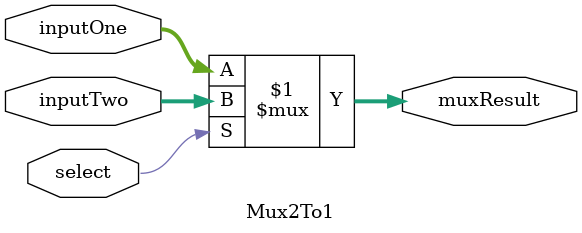
<source format=v>
`timescale 1ns / 1ps

module Mux2To1(inputOne, inputTwo, select, muxResult);

	input [31:0] inputOne;
	input [31:0] inputTwo;
	input select;
	
	output [31:0] muxResult;
	
	assign muxResult = (select) ? inputTwo : inputOne;


endmodule

</source>
